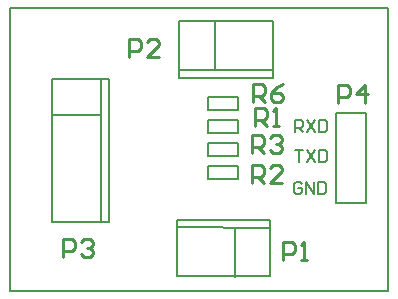
<source format=gto>
%FSLAX25Y25*%
%MOIN*%
G70*
G01*
G75*
%ADD10R,0.02756X0.03347*%
%ADD11C,0.01000*%
%ADD12C,0.00500*%
%ADD13O,0.04724X0.06299*%
%ADD14R,0.04724X0.06299*%
%ADD15O,0.06299X0.04724*%
%ADD16R,0.06299X0.04724*%
%ADD17R,0.05906X0.05906*%
%ADD18C,0.05906*%
%ADD19C,0.02000*%
%ADD20C,0.00787*%
D11*
X39500Y-16500D02*
Y-10502D01*
X42499D01*
X43499Y-11502D01*
Y-13501D01*
X42499Y-14501D01*
X39500D01*
X49497Y-16500D02*
X45498D01*
X49497Y-12501D01*
Y-11502D01*
X48497Y-10502D01*
X46498D01*
X45498Y-11502D01*
X81000Y-31500D02*
Y-25502D01*
X83999D01*
X84999Y-26502D01*
Y-28501D01*
X83999Y-29501D01*
X81000D01*
X82999D02*
X84999Y-31500D01*
X90997Y-25502D02*
X88997Y-26502D01*
X86998Y-28501D01*
Y-30500D01*
X87998Y-31500D01*
X89997D01*
X90997Y-30500D01*
Y-29501D01*
X89997Y-28501D01*
X86998D01*
X81500Y-39500D02*
Y-33502D01*
X84499D01*
X85499Y-34502D01*
Y-36501D01*
X84499Y-37501D01*
X81500D01*
X83499D02*
X85499Y-39500D01*
X87498D02*
X89497D01*
X88498D01*
Y-33502D01*
X87498Y-34502D01*
X91000Y-84000D02*
Y-78002D01*
X93999D01*
X94999Y-79002D01*
Y-81001D01*
X93999Y-82001D01*
X91000D01*
X96998Y-84000D02*
X98997D01*
X97998D01*
Y-78002D01*
X96998Y-79002D01*
X80500Y-58500D02*
Y-52502D01*
X83499D01*
X84499Y-53502D01*
Y-55501D01*
X83499Y-56501D01*
X80500D01*
X82499D02*
X84499Y-58500D01*
X90497D02*
X86498D01*
X90497Y-54501D01*
Y-53502D01*
X89497Y-52502D01*
X87498D01*
X86498Y-53502D01*
X17500Y-83000D02*
Y-77002D01*
X20499D01*
X21499Y-78002D01*
Y-80001D01*
X20499Y-81001D01*
X17500D01*
X23498Y-78002D02*
X24498Y-77002D01*
X26497D01*
X27497Y-78002D01*
Y-79001D01*
X26497Y-80001D01*
X25497D01*
X26497D01*
X27497Y-81001D01*
Y-82000D01*
X26497Y-83000D01*
X24498D01*
X23498Y-82000D01*
X80500Y-48500D02*
Y-42502D01*
X83499D01*
X84499Y-43502D01*
Y-45501D01*
X83499Y-46501D01*
X80500D01*
X82499D02*
X84499Y-48500D01*
X86498Y-43502D02*
X87498Y-42502D01*
X89497D01*
X90497Y-43502D01*
Y-44501D01*
X89497Y-45501D01*
X88497D01*
X89497D01*
X90497Y-46501D01*
Y-47500D01*
X89497Y-48500D01*
X87498D01*
X86498Y-47500D01*
X109150Y-31650D02*
Y-25652D01*
X112149D01*
X113149Y-26652D01*
Y-28651D01*
X112149Y-29651D01*
X109150D01*
X118147Y-31650D02*
Y-25652D01*
X115148Y-28651D01*
X119147D01*
D12*
X56300Y-4386D02*
X87571D01*
Y-23283D02*
Y-4386D01*
X56300Y-23283D02*
X87571D01*
X56300Y-20700D02*
X87571Y-20724D01*
X68100Y-20600D02*
Y-4261D01*
X56300Y-23283D02*
Y-4386D01*
X66031Y-29835D02*
X75874D01*
X66031Y-34165D02*
X75874D01*
X66031D02*
Y-29835D01*
X75874Y-34165D02*
Y-29835D01*
X66031Y-37501D02*
X75874D01*
X66031Y-41832D02*
X75874D01*
X66031D02*
Y-37501D01*
X75874Y-41832D02*
Y-37501D01*
X55429Y-89614D02*
X86700D01*
X55429D02*
Y-70717D01*
X86700D01*
X55429Y-73276D02*
X86700Y-73300D01*
X74900Y-89739D02*
Y-73400D01*
X86700Y-89614D02*
Y-70717D01*
X66031Y-57165D02*
X75874D01*
X66031Y-52835D02*
X75874D01*
Y-57165D02*
Y-52835D01*
X66031Y-57165D02*
Y-52835D01*
X32783Y-71567D02*
Y-23929D01*
X13886D02*
X32783D01*
X13886Y-71567D02*
Y-23929D01*
Y-71567D02*
X32783D01*
X30224D02*
Y-23929D01*
X13886Y-35937D02*
X30224D01*
X66031Y-49499D02*
X75874D01*
X66031Y-45168D02*
X75874D01*
Y-49499D02*
Y-45168D01*
X66031Y-49499D02*
Y-45168D01*
X97166Y-58668D02*
X96499Y-58001D01*
X95166D01*
X94500Y-58668D01*
Y-61334D01*
X95166Y-62000D01*
X96499D01*
X97166Y-61334D01*
Y-60001D01*
X95833D01*
X98499Y-62000D02*
Y-58001D01*
X101164Y-62000D01*
Y-58001D01*
X102497D02*
Y-62000D01*
X104497D01*
X105163Y-61334D01*
Y-58668D01*
X104497Y-58001D01*
X102497D01*
X95000Y-47501D02*
X97666D01*
X96333D01*
Y-51500D01*
X98999Y-47501D02*
X101664Y-51500D01*
Y-47501D02*
X98999Y-51500D01*
X102997Y-47501D02*
Y-51500D01*
X104997D01*
X105663Y-50834D01*
Y-48168D01*
X104997Y-47501D01*
X102997D01*
X95000Y-41500D02*
Y-37501D01*
X96999D01*
X97666Y-38168D01*
Y-39501D01*
X96999Y-40167D01*
X95000D01*
X96333D02*
X97666Y-41500D01*
X98999Y-37501D02*
X101664Y-41500D01*
Y-37501D02*
X98999Y-41500D01*
X102997Y-37501D02*
Y-41500D01*
X104997D01*
X105663Y-40834D01*
Y-38168D01*
X104997Y-37501D01*
X102997D01*
X0Y0D02*
X125984D01*
X0Y-94488D02*
Y0D01*
Y-94488D02*
X125984D01*
Y0D01*
D20*
X118500Y-65000D02*
Y-35000D01*
X108500D02*
X118500D01*
X108500Y-65000D02*
Y-35000D01*
Y-65000D02*
X118500D01*
M02*

</source>
